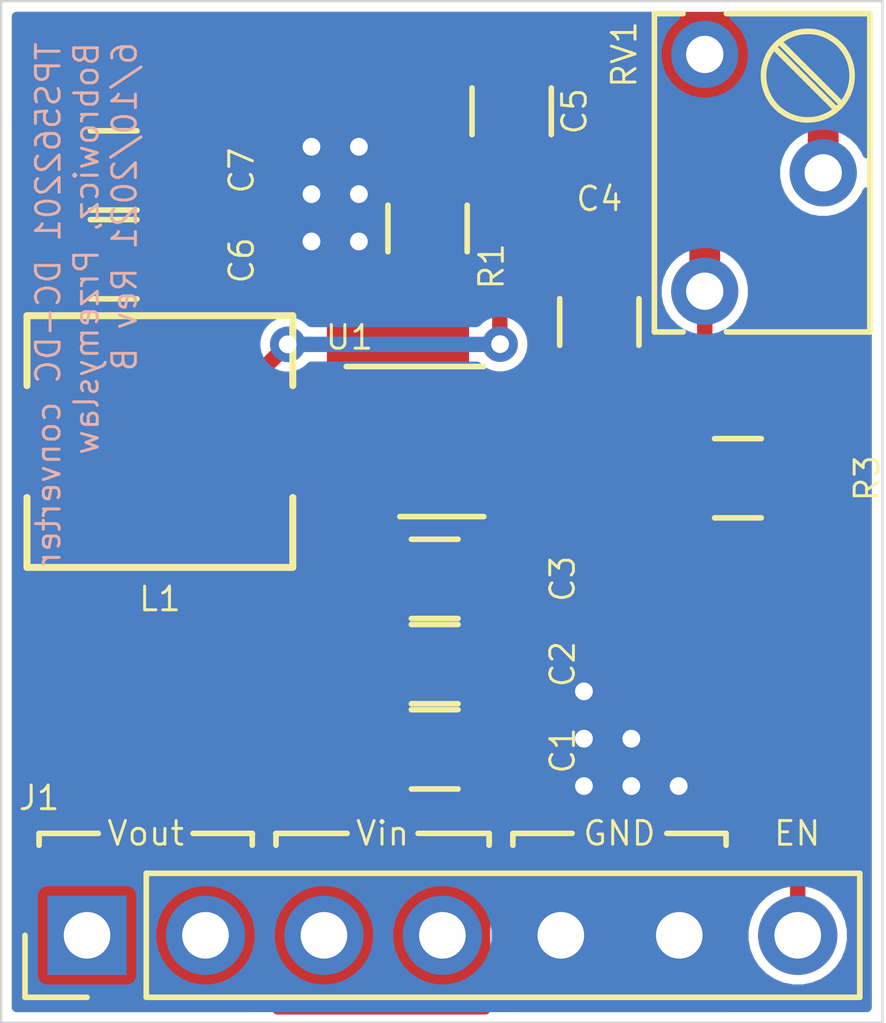
<source format=kicad_pcb>
(kicad_pcb (version 20171130) (host pcbnew "(5.1.9)-1")

  (general
    (thickness 1.6)
    (drawings 21)
    (tracks 48)
    (zones 0)
    (modules 13)
    (nets 9)
  )

  (page USLetter)
  (title_block
    (title "TPS562201 DC-DC Buck Converter Breakout")
    (date 2021-06-10)
    (rev B)
  )

  (layers
    (0 F.Cu signal)
    (31 B.Cu signal)
    (32 B.Adhes user)
    (33 F.Adhes user)
    (34 B.Paste user)
    (35 F.Paste user)
    (36 B.SilkS user)
    (37 F.SilkS user)
    (38 B.Mask user)
    (39 F.Mask user)
    (40 Dwgs.User user)
    (41 Cmts.User user)
    (42 Eco1.User user)
    (43 Eco2.User user)
    (44 Edge.Cuts user)
    (45 Margin user)
    (46 B.CrtYd user)
    (47 F.CrtYd user)
    (48 B.Fab user)
    (49 F.Fab user)
  )

  (setup
    (last_trace_width 0.3302)
    (user_trace_width 0.254)
    (user_trace_width 0.3302)
    (user_trace_width 0.6604)
    (trace_clearance 0.1524)
    (zone_clearance 0.1524)
    (zone_45_only no)
    (trace_min 0.1524)
    (via_size 0.6858)
    (via_drill 0.3302)
    (via_min_size 0.508)
    (via_min_drill 0.254)
    (user_via 0.762 0.381)
    (uvia_size 0.508)
    (uvia_drill 0.254)
    (uvias_allowed no)
    (uvia_min_size 0.508)
    (uvia_min_drill 0.254)
    (edge_width 0.05)
    (segment_width 0.2)
    (pcb_text_width 0.3)
    (pcb_text_size 1.5 1.5)
    (mod_edge_width 0.12)
    (mod_text_size 1 1)
    (mod_text_width 0.15)
    (pad_size 1.524 1.524)
    (pad_drill 0.762)
    (pad_to_mask_clearance 0.0508)
    (solder_mask_min_width 0.1016)
    (aux_axis_origin 0 0)
    (visible_elements 7FFFFFFF)
    (pcbplotparams
      (layerselection 0x010fc_ffffffff)
      (usegerberextensions false)
      (usegerberattributes false)
      (usegerberadvancedattributes false)
      (creategerberjobfile false)
      (excludeedgelayer true)
      (linewidth 0.038100)
      (plotframeref false)
      (viasonmask false)
      (mode 1)
      (useauxorigin false)
      (hpglpennumber 1)
      (hpglpenspeed 20)
      (hpglpendiameter 15.000000)
      (psnegative false)
      (psa4output false)
      (plotreference true)
      (plotvalue true)
      (plotinvisibletext false)
      (padsonsilk false)
      (subtractmaskfromsilk false)
      (outputformat 1)
      (mirror false)
      (drillshape 1)
      (scaleselection 1)
      (outputdirectory ""))
  )

  (net 0 "")
  (net 1 /VIN)
  (net 2 GND)
  (net 3 /VOUT)
  (net 4 /EN)
  (net 5 "Net-(R3-Pad1)")
  (net 6 /SW)
  (net 7 /VBST)
  (net 8 /VFB)

  (net_class Default "This is the default net class."
    (clearance 0.1524)
    (trace_width 0.1524)
    (via_dia 0.6858)
    (via_drill 0.3302)
    (uvia_dia 0.508)
    (uvia_drill 0.254)
    (add_net /EN)
    (add_net /SW)
    (add_net /VBST)
    (add_net /VFB)
    (add_net /VIN)
    (add_net /VOUT)
    (add_net GND)
    (add_net "Net-(R3-Pad1)")
  )

  (module Pin_Headers:Pin_Header_Straight_1x07_Pitch2.54mm (layer F.Cu) (tedit 59650532) (tstamp 6078D4AF)
    (at 53.3527 65.43294 90)
    (descr "Through hole straight pin header, 1x07, 2.54mm pitch, single row")
    (tags "Through hole pin header THT 1x07 2.54mm single row")
    (path /60888399)
    (fp_text reference J1 (at 2.94894 -1.0287 180) (layer F.SilkS)
      (effects (font (size 0.508 0.508) (thickness 0.0635)))
    )
    (fp_text value Conn_01x07_Male (at 1.42494 6.9723 180) (layer F.Fab) hide
      (effects (font (size 0.508 0.508) (thickness 0.0762)))
    )
    (fp_line (start -0.635 -1.27) (end 1.27 -1.27) (layer F.Fab) (width 0.1))
    (fp_line (start 1.27 -1.27) (end 1.27 16.51) (layer F.Fab) (width 0.1))
    (fp_line (start 1.27 16.51) (end -1.27 16.51) (layer F.Fab) (width 0.1))
    (fp_line (start -1.27 16.51) (end -1.27 -0.635) (layer F.Fab) (width 0.1))
    (fp_line (start -1.27 -0.635) (end -0.635 -1.27) (layer F.Fab) (width 0.1))
    (fp_line (start -1.33 16.57) (end 1.33 16.57) (layer F.SilkS) (width 0.12))
    (fp_line (start -1.33 1.27) (end -1.33 16.57) (layer F.SilkS) (width 0.12))
    (fp_line (start 1.33 1.27) (end 1.33 16.57) (layer F.SilkS) (width 0.12))
    (fp_line (start -1.33 1.27) (end 1.33 1.27) (layer F.SilkS) (width 0.12))
    (fp_line (start -1.33 0) (end -1.33 -1.33) (layer F.SilkS) (width 0.12))
    (fp_line (start -1.33 -1.33) (end 0 -1.33) (layer F.SilkS) (width 0.12))
    (fp_line (start -1.8 -1.8) (end -1.8 17.05) (layer F.CrtYd) (width 0.05))
    (fp_line (start -1.8 17.05) (end 1.8 17.05) (layer F.CrtYd) (width 0.05))
    (fp_line (start 1.8 17.05) (end 1.8 -1.8) (layer F.CrtYd) (width 0.05))
    (fp_line (start 1.8 -1.8) (end -1.8 -1.8) (layer F.CrtYd) (width 0.05))
    (fp_text user %R (at 0 7.62 180) (layer F.Fab)
      (effects (font (size 1 1) (thickness 0.15)))
    )
    (pad 1 thru_hole rect (at 0 0 90) (size 1.7 1.7) (drill 1) (layers *.Cu *.Mask)
      (net 3 /VOUT))
    (pad 2 thru_hole oval (at 0 2.54 90) (size 1.7 1.7) (drill 1) (layers *.Cu *.Mask)
      (net 3 /VOUT))
    (pad 3 thru_hole oval (at 0 5.08 90) (size 1.7 1.7) (drill 1) (layers *.Cu *.Mask)
      (net 1 /VIN))
    (pad 4 thru_hole oval (at 0 7.62 90) (size 1.7 1.7) (drill 1) (layers *.Cu *.Mask)
      (net 1 /VIN))
    (pad 5 thru_hole oval (at 0 10.16 90) (size 1.7 1.7) (drill 1) (layers *.Cu *.Mask)
      (net 2 GND))
    (pad 6 thru_hole oval (at 0 12.7 90) (size 1.7 1.7) (drill 1) (layers *.Cu *.Mask)
      (net 2 GND))
    (pad 7 thru_hole oval (at 0 15.24 90) (size 1.7 1.7) (drill 1) (layers *.Cu *.Mask)
      (net 4 /EN))
    (model ${KISYS3DMOD}/Pin_Headers.3dshapes/Pin_Header_Straight_1x07_Pitch2.54mm.wrl
      (at (xyz 0 0 0))
      (scale (xyz 1 1 1))
      (rotate (xyz 0 0 0))
    )
  )

  (module TO_SOT_Packages_SMD:SOT-23-6_Handsoldering (layer F.Cu) (tedit 607750C6) (tstamp 6073A7A4)
    (at 60.96 54.8386)
    (descr "6-pin SOT-23 package, Handsoldering")
    (tags "SOT-23-6 Handsoldering")
    (path /607E906F)
    (attr smd)
    (fp_text reference U1 (at -1.9812 -2.2352) (layer F.SilkS)
      (effects (font (size 0.508 0.508) (thickness 0.0635)))
    )
    (fp_text value TPS562201 (at -0.127 1.8034 180) (layer F.Fab) hide
      (effects (font (size 0.508 0.508) (thickness 0.0762)))
    )
    (fp_line (start -0.9 1.61) (end 0.9 1.61) (layer F.SilkS) (width 0.12))
    (fp_line (start 0.9 -1.61) (end -2.05 -1.61) (layer F.SilkS) (width 0.12))
    (fp_line (start -2.4 1.8) (end -2.4 -1.8) (layer F.CrtYd) (width 0.05))
    (fp_line (start 2.4 1.8) (end -2.4 1.8) (layer F.CrtYd) (width 0.05))
    (fp_line (start 2.4 -1.8) (end 2.4 1.8) (layer F.CrtYd) (width 0.05))
    (fp_line (start -2.4 -1.8) (end 2.4 -1.8) (layer F.CrtYd) (width 0.05))
    (fp_line (start -0.9 -0.9) (end -0.25 -1.55) (layer F.Fab) (width 0.1))
    (fp_line (start 0.9 -1.55) (end -0.25 -1.55) (layer F.Fab) (width 0.1))
    (fp_line (start -0.9 -0.9) (end -0.9 1.55) (layer F.Fab) (width 0.1))
    (fp_line (start 0.9 1.55) (end -0.9 1.55) (layer F.Fab) (width 0.1))
    (fp_line (start 0.9 -1.55) (end 0.9 1.55) (layer F.Fab) (width 0.1))
    (fp_text user %R (at 0 0 90) (layer F.Fab)
      (effects (font (size 0.5 0.5) (thickness 0.075)))
    )
    (pad 1 smd rect (at -1.45 -0.95) (size 1.35 0.65) (layers F.Cu F.Paste F.Mask)
      (net 2 GND))
    (pad 2 smd rect (at -1.45 0) (size 1.35 0.65) (layers F.Cu F.Paste F.Mask)
      (net 6 /SW))
    (pad 3 smd rect (at -1.45 0.95) (size 1.35 0.65) (layers F.Cu F.Paste F.Mask)
      (net 1 /VIN))
    (pad 4 smd rect (at 1.45 0.95) (size 1.35 0.65) (layers F.Cu F.Paste F.Mask)
      (net 8 /VFB))
    (pad 6 smd rect (at 1.45 -0.95) (size 1.35 0.65) (layers F.Cu F.Paste F.Mask)
      (net 7 /VBST))
    (pad 5 smd rect (at 1.45 0) (size 1.35 0.65) (layers F.Cu F.Paste F.Mask)
      (net 5 "Net-(R3-Pad1)"))
    (model ${KISYS3DMOD}/TO_SOT_Packages_SMD.3dshapes/SOT-23-6.wrl
      (at (xyz 0 0 0))
      (scale (xyz 1 1 1))
      (rotate (xyz 0 0 0))
    )
  )

  (module Capacitors_SMD:C_0805_HandSoldering (layer F.Cu) (tedit 58AA84A8) (tstamp 6073B1C3)
    (at 67.31 55.626)
    (descr "Capacitor SMD 0805, hand soldering")
    (tags "capacitor 0805")
    (path /60849D6C)
    (attr smd)
    (fp_text reference R3 (at 2.7686 0 -270) (layer F.SilkS)
      (effects (font (size 0.508 0.508) (thickness 0.0635)))
    )
    (fp_text value 10k (at 0.0508 -0.0254 180) (layer F.Fab) hide
      (effects (font (size 0.508 0.508) (thickness 0.0635)))
    )
    (fp_line (start -1 0.62) (end -1 -0.62) (layer F.Fab) (width 0.1))
    (fp_line (start 1 0.62) (end -1 0.62) (layer F.Fab) (width 0.1))
    (fp_line (start 1 -0.62) (end 1 0.62) (layer F.Fab) (width 0.1))
    (fp_line (start -1 -0.62) (end 1 -0.62) (layer F.Fab) (width 0.1))
    (fp_line (start 0.5 -0.85) (end -0.5 -0.85) (layer F.SilkS) (width 0.12))
    (fp_line (start -0.5 0.85) (end 0.5 0.85) (layer F.SilkS) (width 0.12))
    (fp_line (start -2.25 -0.88) (end 2.25 -0.88) (layer F.CrtYd) (width 0.05))
    (fp_line (start -2.25 -0.88) (end -2.25 0.87) (layer F.CrtYd) (width 0.05))
    (fp_line (start 2.25 0.87) (end 2.25 -0.88) (layer F.CrtYd) (width 0.05))
    (fp_line (start 2.25 0.87) (end -2.25 0.87) (layer F.CrtYd) (width 0.05))
    (fp_text user %R (at 0.0508 0 -270) (layer F.Fab)
      (effects (font (size 0.508 0.508) (thickness 0.0635)))
    )
    (pad 1 smd rect (at -1.25 0) (size 1.5 1.25) (layers F.Cu F.Paste F.Mask)
      (net 5 "Net-(R3-Pad1)"))
    (pad 2 smd rect (at 1.25 0) (size 1.5 1.25) (layers F.Cu F.Paste F.Mask)
      (net 4 /EN))
    (model Capacitors_SMD.3dshapes/C_0805.wrl
      (at (xyz 0 0 0))
      (scale (xyz 1 1 1))
      (rotate (xyz 0 0 0))
    )
  )

  (module Potentiometers:Potentiometer_Trimmer_Bourns_3266W (layer F.Cu) (tedit 58826B0B) (tstamp 6073A30D)
    (at 66.5988 46.5328 90)
    (descr "Spindle Trimmer Potentiometer, Bourns 3266W, https://www.bourns.com/pdfs/3266.pdf")
    (tags "Spindle Trimmer Potentiometer   Bourns 3266W")
    (path /607F2092)
    (fp_text reference RV1 (at 0 -1.7272 90) (layer F.SilkS)
      (effects (font (size 0.508 0.508) (thickness 0.0635)))
    )
    (fp_text value 50k (at -2.286 0 90) (layer F.Fab) hide
      (effects (font (size 0.508 0.508) (thickness 0.0635)))
    )
    (fp_circle (center -0.455 2.21) (end 0.435 2.21) (layer F.Fab) (width 0.1))
    (fp_circle (center -0.455 2.21) (end 0.495 2.21) (layer F.SilkS) (width 0.12))
    (fp_line (start -5.895 -1.02) (end -5.895 3.48) (layer F.Fab) (width 0.1))
    (fp_line (start -5.895 3.48) (end 0.815 3.48) (layer F.Fab) (width 0.1))
    (fp_line (start 0.815 3.48) (end 0.815 -1.02) (layer F.Fab) (width 0.1))
    (fp_line (start 0.815 -1.02) (end -5.895 -1.02) (layer F.Fab) (width 0.1))
    (fp_line (start 0.22 1.644) (end -1.021 2.885) (layer F.Fab) (width 0.1))
    (fp_line (start 0.112 1.536) (end -1.13 2.777) (layer F.Fab) (width 0.1))
    (fp_line (start -5.955 -1.08) (end 0.875 -1.08) (layer F.SilkS) (width 0.12))
    (fp_line (start -5.955 3.54) (end 0.875 3.54) (layer F.SilkS) (width 0.12))
    (fp_line (start -5.955 -1.08) (end -5.955 -0.465) (layer F.SilkS) (width 0.12))
    (fp_line (start -5.955 0.465) (end -5.955 3.54) (layer F.SilkS) (width 0.12))
    (fp_line (start 0.875 -1.08) (end 0.875 -0.465) (layer F.SilkS) (width 0.12))
    (fp_line (start 0.875 0.465) (end 0.875 3.54) (layer F.SilkS) (width 0.12))
    (fp_line (start 0.266 1.606) (end -1.059 2.931) (layer F.SilkS) (width 0.12))
    (fp_line (start 0.15 1.49) (end -1.175 2.815) (layer F.SilkS) (width 0.12))
    (fp_line (start -6.15 -1.3) (end -6.15 3.75) (layer F.CrtYd) (width 0.05))
    (fp_line (start -6.15 3.75) (end 1.1 3.75) (layer F.CrtYd) (width 0.05))
    (fp_line (start 1.1 3.75) (end 1.1 -1.3) (layer F.CrtYd) (width 0.05))
    (fp_line (start 1.1 -1.3) (end -6.15 -1.3) (layer F.CrtYd) (width 0.05))
    (pad 1 thru_hole circle (at 0 0 90) (size 1.44 1.44) (drill 0.8) (layers *.Cu *.Mask)
      (net 3 /VOUT))
    (pad 2 thru_hole circle (at -2.54 2.54 90) (size 1.44 1.44) (drill 0.8) (layers *.Cu *.Mask)
      (net 3 /VOUT))
    (pad 3 thru_hole circle (at -5.08 0 90) (size 1.44 1.44) (drill 0.8) (layers *.Cu *.Mask)
      (net 8 /VFB))
    (model ${KISYS3DMOD}/Potentiometer_THT.3dshapes/Potentiometer_Bourns_3266W_Vertical.step
      (at (xyz 0 0 0))
      (scale (xyz 1 1 1))
      (rotate (xyz 0 0 0))
    )
  )

  (module Capacitors_SMD:C_0805_HandSoldering (layer F.Cu) (tedit 58AA84A8) (tstamp 607766C8)
    (at 60.6552 50.2666 270)
    (descr "Capacitor SMD 0805, hand soldering")
    (tags "capacitor 0805")
    (path /607EFA18)
    (attr smd)
    (fp_text reference R1 (at 0.8128 -1.3716 270) (layer F.SilkS)
      (effects (font (size 0.508 0.508) (thickness 0.0635)))
    )
    (fp_text value 10k (at -0.0254 0 270) (layer F.Fab) hide
      (effects (font (size 0.508 0.508) (thickness 0.0635)))
    )
    (fp_line (start -1 0.62) (end -1 -0.62) (layer F.Fab) (width 0.1))
    (fp_line (start 1 0.62) (end -1 0.62) (layer F.Fab) (width 0.1))
    (fp_line (start 1 -0.62) (end 1 0.62) (layer F.Fab) (width 0.1))
    (fp_line (start -1 -0.62) (end 1 -0.62) (layer F.Fab) (width 0.1))
    (fp_line (start 0.5 -0.85) (end -0.5 -0.85) (layer F.SilkS) (width 0.12))
    (fp_line (start -0.5 0.85) (end 0.5 0.85) (layer F.SilkS) (width 0.12))
    (fp_line (start -2.25 -0.88) (end 2.25 -0.88) (layer F.CrtYd) (width 0.05))
    (fp_line (start -2.25 -0.88) (end -2.25 0.87) (layer F.CrtYd) (width 0.05))
    (fp_line (start 2.25 0.87) (end 2.25 -0.88) (layer F.CrtYd) (width 0.05))
    (fp_line (start 2.25 0.87) (end -2.25 0.87) (layer F.CrtYd) (width 0.05))
    (fp_text user %R (at 0 0) (layer F.Fab)
      (effects (font (size 0.508 0.508) (thickness 0.0635)))
    )
    (pad 1 smd rect (at -1.25 0 270) (size 1.5 1.25) (layers F.Cu F.Paste F.Mask)
      (net 8 /VFB))
    (pad 2 smd rect (at 1.25 0 270) (size 1.5 1.25) (layers F.Cu F.Paste F.Mask)
      (net 2 GND))
    (model Capacitors_SMD.3dshapes/C_0805.wrl
      (at (xyz 0 0 0))
      (scale (xyz 1 1 1))
      (rotate (xyz 0 0 0))
    )
  )

  (module Inductors:Inductor_Wurth_HCI-5040 (layer F.Cu) (tedit 5745AE01) (tstamp 6073A304)
    (at 54.9148 54.8386 180)
    (descr "Inductor, Wurth Elektronik, Wurth_HCI-5040, 5.5mmx5.2mm")
    (tags "inductor wurth hci smd")
    (path /607ED1E9)
    (attr smd)
    (fp_text reference L1 (at 0 -3.3782 180) (layer F.SilkS)
      (effects (font (size 0.508 0.508) (thickness 0.0635)))
    )
    (fp_text value 2.2u (at 0 0 180) (layer F.Fab) hide
      (effects (font (size 0.508 0.508) (thickness 0.0635)))
    )
    (fp_line (start -2.75 -2.6) (end -2.75 2.6) (layer F.Fab) (width 0.15))
    (fp_line (start -2.75 2.6) (end 2.75 2.6) (layer F.Fab) (width 0.15))
    (fp_line (start 2.75 2.6) (end 2.75 -2.6) (layer F.Fab) (width 0.15))
    (fp_line (start 2.75 -2.6) (end -2.75 -2.6) (layer F.Fab) (width 0.15))
    (fp_line (start -3.25 -2.85) (end -3.25 2.85) (layer F.CrtYd) (width 0.05))
    (fp_line (start -3.25 2.85) (end 3.25 2.85) (layer F.CrtYd) (width 0.05))
    (fp_line (start 3.25 2.85) (end 3.25 -2.85) (layer F.CrtYd) (width 0.05))
    (fp_line (start 3.25 -2.85) (end -3.25 -2.85) (layer F.CrtYd) (width 0.05))
    (fp_line (start -2.85 1.2) (end -2.85 2.7) (layer F.SilkS) (width 0.15))
    (fp_line (start -2.85 2.7) (end 2.85 2.7) (layer F.SilkS) (width 0.15))
    (fp_line (start 2.85 2.7) (end 2.85 1.2) (layer F.SilkS) (width 0.15))
    (fp_line (start -2.85 -1.2) (end -2.85 -2.7) (layer F.SilkS) (width 0.15))
    (fp_line (start -2.85 -2.7) (end 2.85 -2.7) (layer F.SilkS) (width 0.15))
    (fp_line (start 2.85 -2.7) (end 2.85 -1.2) (layer F.SilkS) (width 0.15))
    (pad 1 smd rect (at -2.05 0 180) (size 1.9 1.6) (layers F.Cu F.Paste F.Mask)
      (net 6 /SW))
    (pad 2 smd rect (at 2.05 0 180) (size 1.9 1.6) (layers F.Cu F.Paste F.Mask)
      (net 3 /VOUT))
    (model "${KIPRJMOD}/3d packages/744316022_Download_STP_WE-HCI-5040_rev1.stp"
      (offset (xyz 0 0 0.7366))
      (scale (xyz 1 1 1))
      (rotate (xyz 0 0 90))
    )
  )

  (module Capacitors_SMD:C_0805_HandSoldering (layer F.Cu) (tedit 58AA84A8) (tstamp 6073A2FB)
    (at 53.9242 49.022)
    (descr "Capacitor SMD 0805, hand soldering")
    (tags "capacitor 0805")
    (path /607EBE98)
    (attr smd)
    (fp_text reference C7 (at 2.7432 0 90) (layer F.SilkS)
      (effects (font (size 0.508 0.508) (thickness 0.0635)))
    )
    (fp_text value 22u (at 0 0.0254) (layer F.Fab) hide
      (effects (font (size 0.508 0.508) (thickness 0.0635)))
    )
    (fp_line (start -1 0.62) (end -1 -0.62) (layer F.Fab) (width 0.1))
    (fp_line (start 1 0.62) (end -1 0.62) (layer F.Fab) (width 0.1))
    (fp_line (start 1 -0.62) (end 1 0.62) (layer F.Fab) (width 0.1))
    (fp_line (start -1 -0.62) (end 1 -0.62) (layer F.Fab) (width 0.1))
    (fp_line (start 0.5 -0.85) (end -0.5 -0.85) (layer F.SilkS) (width 0.12))
    (fp_line (start -0.5 0.85) (end 0.5 0.85) (layer F.SilkS) (width 0.12))
    (fp_line (start -2.25 -0.88) (end 2.25 -0.88) (layer F.CrtYd) (width 0.05))
    (fp_line (start -2.25 -0.88) (end -2.25 0.87) (layer F.CrtYd) (width 0.05))
    (fp_line (start 2.25 0.87) (end 2.25 -0.88) (layer F.CrtYd) (width 0.05))
    (fp_line (start 2.25 0.87) (end -2.25 0.87) (layer F.CrtYd) (width 0.05))
    (fp_text user %R (at 0 0 90) (layer F.Fab)
      (effects (font (size 0.508 0.508) (thickness 0.0635)))
    )
    (pad 1 smd rect (at -1.25 0) (size 1.5 1.25) (layers F.Cu F.Paste F.Mask)
      (net 3 /VOUT))
    (pad 2 smd rect (at 1.25 0) (size 1.5 1.25) (layers F.Cu F.Paste F.Mask)
      (net 2 GND))
    (model Capacitors_SMD.3dshapes/C_0805.wrl
      (at (xyz 0 0 0))
      (scale (xyz 1 1 1))
      (rotate (xyz 0 0 0))
    )
  )

  (module Capacitors_SMD:C_0805_HandSoldering (layer F.Cu) (tedit 58AA84A8) (tstamp 6073A2F8)
    (at 53.9242 50.927)
    (descr "Capacitor SMD 0805, hand soldering")
    (tags "capacitor 0805")
    (path /607EBA90)
    (attr smd)
    (fp_text reference C6 (at 2.7432 0.0254 90) (layer F.SilkS)
      (effects (font (size 0.508 0.508) (thickness 0.0635)))
    )
    (fp_text value 22u (at 0.0254 0 180) (layer F.Fab) hide
      (effects (font (size 0.508 0.508) (thickness 0.0635)))
    )
    (fp_line (start -1 0.62) (end -1 -0.62) (layer F.Fab) (width 0.1))
    (fp_line (start 1 0.62) (end -1 0.62) (layer F.Fab) (width 0.1))
    (fp_line (start 1 -0.62) (end 1 0.62) (layer F.Fab) (width 0.1))
    (fp_line (start -1 -0.62) (end 1 -0.62) (layer F.Fab) (width 0.1))
    (fp_line (start 0.5 -0.85) (end -0.5 -0.85) (layer F.SilkS) (width 0.12))
    (fp_line (start -0.5 0.85) (end 0.5 0.85) (layer F.SilkS) (width 0.12))
    (fp_line (start -2.25 -0.88) (end 2.25 -0.88) (layer F.CrtYd) (width 0.05))
    (fp_line (start -2.25 -0.88) (end -2.25 0.87) (layer F.CrtYd) (width 0.05))
    (fp_line (start 2.25 0.87) (end 2.25 -0.88) (layer F.CrtYd) (width 0.05))
    (fp_line (start 2.25 0.87) (end -2.25 0.87) (layer F.CrtYd) (width 0.05))
    (fp_text user %R (at 0 0 90) (layer F.Fab)
      (effects (font (size 0.508 0.508) (thickness 0.0635)))
    )
    (pad 1 smd rect (at -1.25 0) (size 1.5 1.25) (layers F.Cu F.Paste F.Mask)
      (net 3 /VOUT))
    (pad 2 smd rect (at 1.25 0) (size 1.5 1.25) (layers F.Cu F.Paste F.Mask)
      (net 2 GND))
    (model Capacitors_SMD.3dshapes/C_0805.wrl
      (at (xyz 0 0 0))
      (scale (xyz 1 1 1))
      (rotate (xyz 0 0 0))
    )
  )

  (module Capacitors_SMD:C_0805_HandSoldering (layer F.Cu) (tedit 58AA84A8) (tstamp 6073A2F5)
    (at 62.4586 47.752 270)
    (descr "Capacitor SMD 0805, hand soldering")
    (tags "capacitor 0805")
    (path /6080BB7D)
    (attr smd)
    (fp_text reference C5 (at 0 -1.3462 270) (layer F.SilkS)
      (effects (font (size 0.508 0.508) (thickness 0.0635)))
    )
    (fp_text value 22p (at -0.0508 0.0254 270) (layer F.Fab) hide
      (effects (font (size 0.508 0.508) (thickness 0.0635)))
    )
    (fp_line (start -1 0.62) (end -1 -0.62) (layer F.Fab) (width 0.1))
    (fp_line (start 1 0.62) (end -1 0.62) (layer F.Fab) (width 0.1))
    (fp_line (start 1 -0.62) (end 1 0.62) (layer F.Fab) (width 0.1))
    (fp_line (start -1 -0.62) (end 1 -0.62) (layer F.Fab) (width 0.1))
    (fp_line (start 0.5 -0.85) (end -0.5 -0.85) (layer F.SilkS) (width 0.12))
    (fp_line (start -0.5 0.85) (end 0.5 0.85) (layer F.SilkS) (width 0.12))
    (fp_line (start -2.25 -0.88) (end 2.25 -0.88) (layer F.CrtYd) (width 0.05))
    (fp_line (start -2.25 -0.88) (end -2.25 0.87) (layer F.CrtYd) (width 0.05))
    (fp_line (start 2.25 0.87) (end 2.25 -0.88) (layer F.CrtYd) (width 0.05))
    (fp_line (start 2.25 0.87) (end -2.25 0.87) (layer F.CrtYd) (width 0.05))
    (fp_text user %R (at 0 0) (layer F.Fab)
      (effects (font (size 0.508 0.508) (thickness 0.0635)))
    )
    (pad 1 smd rect (at -1.25 0 270) (size 1.5 1.25) (layers F.Cu F.Paste F.Mask)
      (net 3 /VOUT))
    (pad 2 smd rect (at 1.25 0 270) (size 1.5 1.25) (layers F.Cu F.Paste F.Mask)
      (net 8 /VFB))
    (model Capacitors_SMD.3dshapes/C_0805.wrl
      (at (xyz 0 0 0))
      (scale (xyz 1 1 1))
      (rotate (xyz 0 0 0))
    )
  )

  (module Capacitors_SMD:C_0805_HandSoldering (layer F.Cu) (tedit 58AA84A8) (tstamp 6073A2F2)
    (at 64.3382 52.2732 270)
    (descr "Capacitor SMD 0805, hand soldering")
    (tags "capacitor 0805")
    (path /607EC226)
    (attr smd)
    (fp_text reference C4 (at -2.6416 0) (layer F.SilkS)
      (effects (font (size 0.508 0.508) (thickness 0.0635)))
    )
    (fp_text value 0.1u (at 0 0.0508 270) (layer F.Fab) hide
      (effects (font (size 0.508 0.508) (thickness 0.0635)))
    )
    (fp_line (start -1 0.62) (end -1 -0.62) (layer F.Fab) (width 0.1))
    (fp_line (start 1 0.62) (end -1 0.62) (layer F.Fab) (width 0.1))
    (fp_line (start 1 -0.62) (end 1 0.62) (layer F.Fab) (width 0.1))
    (fp_line (start -1 -0.62) (end 1 -0.62) (layer F.Fab) (width 0.1))
    (fp_line (start 0.5 -0.85) (end -0.5 -0.85) (layer F.SilkS) (width 0.12))
    (fp_line (start -0.5 0.85) (end 0.5 0.85) (layer F.SilkS) (width 0.12))
    (fp_line (start -2.25 -0.88) (end 2.25 -0.88) (layer F.CrtYd) (width 0.05))
    (fp_line (start -2.25 -0.88) (end -2.25 0.87) (layer F.CrtYd) (width 0.05))
    (fp_line (start 2.25 0.87) (end 2.25 -0.88) (layer F.CrtYd) (width 0.05))
    (fp_line (start 2.25 0.87) (end -2.25 0.87) (layer F.CrtYd) (width 0.05))
    (fp_text user %R (at 0 0) (layer F.Fab)
      (effects (font (size 0.508 0.508) (thickness 0.0635)))
    )
    (pad 1 smd rect (at -1.25 0 270) (size 1.5 1.25) (layers F.Cu F.Paste F.Mask)
      (net 6 /SW))
    (pad 2 smd rect (at 1.25 0 270) (size 1.5 1.25) (layers F.Cu F.Paste F.Mask)
      (net 7 /VBST))
    (model Capacitors_SMD.3dshapes/C_0805.wrl
      (at (xyz 0 0 0))
      (scale (xyz 1 1 1))
      (rotate (xyz 0 0 0))
    )
  )

  (module Capacitors_SMD:C_0805_HandSoldering (layer F.Cu) (tedit 58AA84A8) (tstamp 6073A2EF)
    (at 60.8076 57.785)
    (descr "Capacitor SMD 0805, hand soldering")
    (tags "capacitor 0805")
    (path /607EB624)
    (attr smd)
    (fp_text reference C3 (at 2.7432 0 90) (layer F.SilkS)
      (effects (font (size 0.508 0.508) (thickness 0.0635)))
    )
    (fp_text value 0.1u (at 0 0) (layer F.Fab) hide
      (effects (font (size 0.508 0.508) (thickness 0.0635)))
    )
    (fp_line (start -1 0.62) (end -1 -0.62) (layer F.Fab) (width 0.1))
    (fp_line (start 1 0.62) (end -1 0.62) (layer F.Fab) (width 0.1))
    (fp_line (start 1 -0.62) (end 1 0.62) (layer F.Fab) (width 0.1))
    (fp_line (start -1 -0.62) (end 1 -0.62) (layer F.Fab) (width 0.1))
    (fp_line (start 0.5 -0.85) (end -0.5 -0.85) (layer F.SilkS) (width 0.12))
    (fp_line (start -0.5 0.85) (end 0.5 0.85) (layer F.SilkS) (width 0.12))
    (fp_line (start -2.25 -0.88) (end 2.25 -0.88) (layer F.CrtYd) (width 0.05))
    (fp_line (start -2.25 -0.88) (end -2.25 0.87) (layer F.CrtYd) (width 0.05))
    (fp_line (start 2.25 0.87) (end 2.25 -0.88) (layer F.CrtYd) (width 0.05))
    (fp_line (start 2.25 0.87) (end -2.25 0.87) (layer F.CrtYd) (width 0.05))
    (fp_text user %R (at 0 0 90) (layer F.Fab)
      (effects (font (size 0.508 0.508) (thickness 0.0635)))
    )
    (pad 1 smd rect (at -1.25 0) (size 1.5 1.25) (layers F.Cu F.Paste F.Mask)
      (net 1 /VIN))
    (pad 2 smd rect (at 1.25 0) (size 1.5 1.25) (layers F.Cu F.Paste F.Mask)
      (net 2 GND))
    (model Capacitors_SMD.3dshapes/C_0805.wrl
      (at (xyz 0 0 0))
      (scale (xyz 1 1 1))
      (rotate (xyz 0 0 0))
    )
  )

  (module Capacitors_SMD:C_0805_HandSoldering (layer F.Cu) (tedit 58AA84A8) (tstamp 6073A2EC)
    (at 60.8076 59.6138)
    (descr "Capacitor SMD 0805, hand soldering")
    (tags "capacitor 0805")
    (path /607EB132)
    (attr smd)
    (fp_text reference C2 (at 2.7432 0 90) (layer F.SilkS)
      (effects (font (size 0.508 0.508) (thickness 0.0635)))
    )
    (fp_text value 10u (at 0 0) (layer F.Fab) hide
      (effects (font (size 0.508 0.508) (thickness 0.0635)))
    )
    (fp_line (start -1 0.62) (end -1 -0.62) (layer F.Fab) (width 0.1))
    (fp_line (start 1 0.62) (end -1 0.62) (layer F.Fab) (width 0.1))
    (fp_line (start 1 -0.62) (end 1 0.62) (layer F.Fab) (width 0.1))
    (fp_line (start -1 -0.62) (end 1 -0.62) (layer F.Fab) (width 0.1))
    (fp_line (start 0.5 -0.85) (end -0.5 -0.85) (layer F.SilkS) (width 0.12))
    (fp_line (start -0.5 0.85) (end 0.5 0.85) (layer F.SilkS) (width 0.12))
    (fp_line (start -2.25 -0.88) (end 2.25 -0.88) (layer F.CrtYd) (width 0.05))
    (fp_line (start -2.25 -0.88) (end -2.25 0.87) (layer F.CrtYd) (width 0.05))
    (fp_line (start 2.25 0.87) (end 2.25 -0.88) (layer F.CrtYd) (width 0.05))
    (fp_line (start 2.25 0.87) (end -2.25 0.87) (layer F.CrtYd) (width 0.05))
    (fp_text user %R (at 0 0 90) (layer F.Fab)
      (effects (font (size 0.508 0.508) (thickness 0.0635)))
    )
    (pad 1 smd rect (at -1.25 0) (size 1.5 1.25) (layers F.Cu F.Paste F.Mask)
      (net 1 /VIN))
    (pad 2 smd rect (at 1.25 0) (size 1.5 1.25) (layers F.Cu F.Paste F.Mask)
      (net 2 GND))
    (model Capacitors_SMD.3dshapes/C_0805.wrl
      (at (xyz 0 0 0))
      (scale (xyz 1 1 1))
      (rotate (xyz 0 0 0))
    )
  )

  (module Capacitors_SMD:C_0805_HandSoldering (layer F.Cu) (tedit 58AA84A8) (tstamp 6073A2E9)
    (at 60.8076 61.4426)
    (descr "Capacitor SMD 0805, hand soldering")
    (tags "capacitor 0805")
    (path /607E9C99)
    (attr smd)
    (fp_text reference C1 (at 2.7432 0.0254 90) (layer F.SilkS)
      (effects (font (size 0.508 0.508) (thickness 0.0635)))
    )
    (fp_text value 10u (at 0 0) (layer F.Fab) hide
      (effects (font (size 0.508 0.508) (thickness 0.0635)))
    )
    (fp_line (start -1 0.62) (end -1 -0.62) (layer F.Fab) (width 0.1))
    (fp_line (start 1 0.62) (end -1 0.62) (layer F.Fab) (width 0.1))
    (fp_line (start 1 -0.62) (end 1 0.62) (layer F.Fab) (width 0.1))
    (fp_line (start -1 -0.62) (end 1 -0.62) (layer F.Fab) (width 0.1))
    (fp_line (start 0.5 -0.85) (end -0.5 -0.85) (layer F.SilkS) (width 0.12))
    (fp_line (start -0.5 0.85) (end 0.5 0.85) (layer F.SilkS) (width 0.12))
    (fp_line (start -2.25 -0.88) (end 2.25 -0.88) (layer F.CrtYd) (width 0.05))
    (fp_line (start -2.25 -0.88) (end -2.25 0.87) (layer F.CrtYd) (width 0.05))
    (fp_line (start 2.25 0.87) (end 2.25 -0.88) (layer F.CrtYd) (width 0.05))
    (fp_line (start 2.25 0.87) (end -2.25 0.87) (layer F.CrtYd) (width 0.05))
    (fp_text user %R (at 0 0 90) (layer F.Fab)
      (effects (font (size 0.508 0.508) (thickness 0.0635)))
    )
    (pad 1 smd rect (at -1.25 0) (size 1.5 1.25) (layers F.Cu F.Paste F.Mask)
      (net 1 /VIN))
    (pad 2 smd rect (at 1.25 0) (size 1.5 1.25) (layers F.Cu F.Paste F.Mask)
      (net 2 GND))
    (model Capacitors_SMD.3dshapes/C_0805.wrl
      (at (xyz 0 0 0))
      (scale (xyz 1 1 1))
      (rotate (xyz 0 0 0))
    )
  )

  (gr_text "TPS562201 DC-DC converter\nBobrowicz, Przemyslaw \n6/10/2021 Rev B" (at 53.34 46.228 90) (layer B.SilkS)
    (effects (font (size 0.508 0.508) (thickness 0.0635)) (justify left mirror))
  )
  (gr_line (start 67.056 63.246) (end 67.056 63.5) (layer F.SilkS) (width 0.12))
  (gr_line (start 65.786 63.246) (end 67.056 63.246) (layer F.SilkS) (width 0.12))
  (gr_line (start 62.484 63.246) (end 62.484 63.5) (layer F.SilkS) (width 0.12))
  (gr_line (start 63.754 63.246) (end 62.484 63.246) (layer F.SilkS) (width 0.12))
  (gr_line (start 61.976 63.246) (end 61.976 63.5) (layer F.SilkS) (width 0.12))
  (gr_line (start 60.452 63.246) (end 61.976 63.246) (layer F.SilkS) (width 0.12))
  (gr_line (start 57.404 63.246) (end 57.404 63.5) (layer F.SilkS) (width 0.12))
  (gr_line (start 58.928 63.246) (end 57.404 63.246) (layer F.SilkS) (width 0.12))
  (gr_line (start 56.896 63.5) (end 56.896 63.246) (layer F.SilkS) (width 0.12))
  (gr_line (start 52.324 63.246) (end 53.594 63.246) (layer F.SilkS) (width 0.12))
  (gr_line (start 55.626 63.246) (end 56.896 63.246) (layer F.SilkS) (width 0.12))
  (gr_line (start 52.324 63.5) (end 52.324 63.246) (layer F.SilkS) (width 0.12))
  (gr_text Vout (at 54.61 63.246) (layer F.SilkS) (tstamp 6078D83B)
    (effects (font (size 0.508 0.508) (thickness 0.0635)))
  )
  (gr_text EN (at 68.58 63.246) (layer F.SilkS)
    (effects (font (size 0.508 0.508) (thickness 0.0635)))
  )
  (gr_text GND (at 64.77 63.246) (layer F.SilkS)
    (effects (font (size 0.508 0.508) (thickness 0.0635)))
  )
  (gr_text Vin (at 59.69 63.246) (layer F.SilkS)
    (effects (font (size 0.508 0.508) (thickness 0.0635)))
  )
  (gr_line (start 70.4088 45.3898) (end 70.4088 67.31) (layer Edge.Cuts) (width 0.05) (tstamp 60776EFC))
  (gr_line (start 51.5112 45.3898) (end 70.4088 45.3898) (layer Edge.Cuts) (width 0.05))
  (gr_line (start 51.5112 67.31) (end 51.5112 45.3898) (layer Edge.Cuts) (width 0.05))
  (gr_line (start 70.4088 67.31) (end 51.5112 67.31) (layer Edge.Cuts) (width 0.05))

  (via (at 59.182 48.514) (size 0.762) (drill 0.381) (layers F.Cu B.Cu) (net 2))
  (via (at 59.182 49.53) (size 0.762) (drill 0.381) (layers F.Cu B.Cu) (net 2))
  (via (at 59.182 50.546) (size 0.762) (drill 0.381) (layers F.Cu B.Cu) (net 2))
  (via (at 58.166 50.546) (size 0.762) (drill 0.381) (layers F.Cu B.Cu) (net 2))
  (via (at 58.166 49.53) (size 0.762) (drill 0.381) (layers F.Cu B.Cu) (net 2))
  (via (at 58.166 48.514) (size 0.762) (drill 0.381) (layers F.Cu B.Cu) (net 2))
  (via (at 64.008 61.214) (size 0.762) (drill 0.381) (layers F.Cu B.Cu) (net 2))
  (via (at 64.008 62.23) (size 0.762) (drill 0.381) (layers F.Cu B.Cu) (net 2))
  (via (at 65.024 62.23) (size 0.762) (drill 0.381) (layers F.Cu B.Cu) (net 2))
  (via (at 66.04 62.23) (size 0.762) (drill 0.381) (layers F.Cu B.Cu) (net 2))
  (via (at 65.024 61.214) (size 0.762) (drill 0.381) (layers F.Cu B.Cu) (net 2))
  (via (at 64.008 60.198) (size 0.762) (drill 0.381) (layers F.Cu B.Cu) (net 2))
  (segment (start 69.1388 49.0728) (end 69.1388 47.0408) (width 0.6604) (layer F.Cu) (net 3))
  (segment (start 68.6308 46.5328) (end 66.5988 46.5328) (width 0.6604) (layer F.Cu) (net 3))
  (segment (start 69.1388 47.0408) (end 68.6308 46.5328) (width 0.6604) (layer F.Cu) (net 3))
  (segment (start 68.5927 55.6587) (end 68.56 55.626) (width 0.3302) (layer F.Cu) (net 4))
  (segment (start 68.5927 65.43294) (end 68.5927 55.6587) (width 0.3302) (layer F.Cu) (net 4))
  (segment (start 66.06 55.626) (end 65.278 55.626) (width 0.3302) (layer F.Cu) (net 5))
  (segment (start 64.4906 54.8386) (end 62.41 54.8386) (width 0.3302) (layer F.Cu) (net 5))
  (segment (start 65.278 55.626) (end 64.4906 54.8386) (width 0.3302) (layer F.Cu) (net 5))
  (segment (start 59.51 54.8386) (end 56.9648 54.8386) (width 0.6604) (layer F.Cu) (net 6))
  (segment (start 62.20968 52.74818) (end 62.20968 52.74818) (width 0.254) (layer F.Cu) (net 6))
  (segment (start 62.2046 52.75326) (end 62.2046 52.0192) (width 0.3302) (layer F.Cu) (net 6))
  (segment (start 63.2006 51.0232) (end 64.3382 51.0232) (width 0.3302) (layer F.Cu) (net 6))
  (segment (start 62.2046 52.0192) (end 63.2006 51.0232) (width 0.3302) (layer F.Cu) (net 6))
  (segment (start 56.9648 53.44392) (end 57.65546 52.75326) (width 0.3302) (layer F.Cu) (net 6))
  (segment (start 56.9648 54.8386) (end 56.9648 53.44392) (width 0.3302) (layer F.Cu) (net 6))
  (segment (start 58.140393 52.75326) (end 62.2046 52.75326) (width 0.3302) (layer B.Cu) (net 6))
  (segment (start 57.65546 52.75326) (end 58.140393 52.75326) (width 0.3302) (layer B.Cu) (net 6))
  (segment (start 62.20968 52.74818) (end 62.2046 52.75326) (width 0.254) (layer F.Cu) (net 6) (tstamp 60778EF1))
  (via (at 62.20968 52.74818) (size 0.762) (drill 0.381) (layers F.Cu B.Cu) (net 6))
  (segment (start 57.65546 52.75326) (end 57.65546 52.75326) (width 0.3302) (layer F.Cu) (net 6) (tstamp 60778F16))
  (via (at 57.65546 52.75326) (size 0.762) (drill 0.381) (layers F.Cu B.Cu) (net 6))
  (segment (start 62.4202 53.8988) (end 62.41 53.8886) (width 0.6604) (layer F.Cu) (net 7))
  (segment (start 63.9728 53.8886) (end 64.3382 53.5232) (width 0.6604) (layer F.Cu) (net 7))
  (segment (start 62.41 53.8886) (end 63.9728 53.8886) (width 0.6604) (layer F.Cu) (net 7))
  (segment (start 62.444 49.0166) (end 62.4586 49.002) (width 0.6604) (layer F.Cu) (net 8))
  (segment (start 60.6552 49.0166) (end 62.444 49.0166) (width 0.6604) (layer F.Cu) (net 8))
  (segment (start 62.4586 49.002) (end 66.02 49.002) (width 0.6604) (layer F.Cu) (net 8))
  (segment (start 66.5988 49.5808) (end 66.5988 51.6128) (width 0.6604) (layer F.Cu) (net 8))
  (segment (start 66.02 49.002) (end 66.5988 49.5808) (width 0.6604) (layer F.Cu) (net 8))
  (segment (start 65.024 56.896) (end 63.9166 55.7886) (width 0.3302) (layer F.Cu) (net 8))
  (segment (start 67.056 56.896) (end 65.024 56.896) (width 0.3302) (layer F.Cu) (net 8))
  (segment (start 63.9166 55.7886) (end 62.41 55.7886) (width 0.3302) (layer F.Cu) (net 8))
  (segment (start 67.31 56.642) (end 67.056 56.896) (width 0.3302) (layer F.Cu) (net 8))
  (segment (start 67.31 53.467) (end 67.31 56.642) (width 0.3302) (layer F.Cu) (net 8))
  (segment (start 66.5988 52.7558) (end 67.31 53.467) (width 0.3302) (layer F.Cu) (net 8))
  (segment (start 66.5988 51.6128) (end 66.5988 52.7558) (width 0.3302) (layer F.Cu) (net 8))

  (zone (net 2) (net_name GND) (layer F.Cu) (tstamp 0) (hatch edge 0.508)
    (connect_pads yes (clearance 0.1524))
    (min_thickness 0.2032)
    (fill yes (arc_segments 32) (thermal_gap 0.2032) (thermal_bridge_width 0.508) (smoothing fillet))
    (polygon
      (pts
        (xy 61.5442 56.388) (xy 63.7794 56.388) (xy 63.7794 62.5856) (xy 61.0616 62.5856) (xy 61.0616 56.6166)
        (xy 60.4774 56.6166) (xy 60.4774 54.454778) (xy 60.244318 54.3306) (xy 58.4962 54.3306) (xy 58.4962 50.3174)
        (xy 61.5442 50.3174)
      )
    )
    (filled_polygon
      (pts
        (xy 61.4426 56.388) (xy 61.444552 56.407821) (xy 61.450334 56.426881) (xy 61.459723 56.444446) (xy 61.472358 56.459842)
        (xy 61.487754 56.472477) (xy 61.505319 56.481866) (xy 61.524379 56.487648) (xy 61.5442 56.4896) (xy 63.6778 56.4896)
        (xy 63.6778 62.484) (xy 61.1632 62.484) (xy 61.1632 56.6166) (xy 61.161248 56.596779) (xy 61.155466 56.577719)
        (xy 61.146077 56.560154) (xy 61.133442 56.544758) (xy 61.118046 56.532123) (xy 61.100481 56.522734) (xy 61.081421 56.516952)
        (xy 61.0616 56.515) (xy 60.579 56.515) (xy 60.579 54.454778) (xy 60.577048 54.434957) (xy 60.571266 54.415897)
        (xy 60.561877 54.398332) (xy 60.549242 54.382936) (xy 60.533846 54.370301) (xy 60.525172 54.36511) (xy 60.29209 54.240932)
        (xy 60.273679 54.233335) (xy 60.244318 54.229) (xy 58.5978 54.229) (xy 58.5978 50.419) (xy 61.4426 50.419)
      )
    )
  )
  (zone (net 1) (net_name /VIN) (layer F.Cu) (tstamp 0) (hatch edge 0.508)
    (connect_pads yes (clearance 0.2032))
    (min_thickness 0.2032)
    (fill yes (arc_segments 32) (thermal_gap 0.2032) (thermal_bridge_width 0.508))
    (polygon
      (pts
        (xy 58.4962 55.3974) (xy 58.4962 62.5856) (xy 60.5282 62.5856) (xy 60.5282 56.9468) (xy 60.2234 56.9468)
        (xy 60.2234 55.3974)
      )
    )
    (filled_polygon
      (pts
        (xy 60.1218 56.9468) (xy 60.123752 56.966621) (xy 60.129534 56.985681) (xy 60.138923 57.003246) (xy 60.151558 57.018642)
        (xy 60.166954 57.031277) (xy 60.184519 57.040666) (xy 60.203579 57.046448) (xy 60.2234 57.0484) (xy 60.4266 57.0484)
        (xy 60.4266 62.484) (xy 58.5978 62.484) (xy 58.5978 55.499) (xy 60.1218 55.499)
      )
    )
  )
  (zone (net 2) (net_name GND) (layer F.Cu) (tstamp 0) (hatch edge 0.508)
    (connect_pads yes (clearance 0.2032))
    (min_thickness 0.2032)
    (fill yes (arc_segments 32) (thermal_gap 0.2032) (thermal_bridge_width 0.508))
    (polygon
      (pts
        (xy 54.229 51.943) (xy 59.7916 51.943) (xy 59.7916 47.752) (xy 54.229 47.752)
      )
    )
    (filled_polygon
      (pts
        (xy 59.69 51.8414) (xy 54.3306 51.8414) (xy 54.3306 47.8536) (xy 59.69 47.8536)
      )
    )
  )
  (zone (net 1) (net_name /VIN) (layer F.Cu) (tstamp 0) (hatch edge 0.508)
    (connect_pads yes (clearance 0.1524))
    (min_thickness 0.2032)
    (fill yes (arc_segments 32) (thermal_gap 0.2032) (thermal_bridge_width 0.508))
    (polygon
      (pts
        (xy 60.5282 62.0268) (xy 60.5282 62.5856) (xy 62.0014 64.2112) (xy 62.0014 67.2592) (xy 57.3278 67.24015)
        (xy 57.3278 56.35625) (xy 58.1406 56.007) (xy 58.4962 55.3974) (xy 60.1726 55.3974) (xy 60.198 55.4228)
        (xy 60.2234 55.4482) (xy 60.2234 56.7436) (xy 60.5282 57.023)
      )
    )
    (filled_polygon
      (pts
        (xy 60.1218 56.7436) (xy 60.123752 56.763421) (xy 60.129534 56.782481) (xy 60.138923 56.800046) (xy 60.154746 56.818495)
        (xy 60.4266 57.067695) (xy 60.4266 62.5856) (xy 60.428552 62.605421) (xy 60.434334 62.624481) (xy 60.443723 62.642046)
        (xy 60.452916 62.653826) (xy 61.8998 64.250388) (xy 61.8998 67.031) (xy 57.4294 67.031) (xy 57.4294 56.423176)
        (xy 58.18071 56.100347) (xy 58.198151 56.090729) (xy 58.213379 56.077892) (xy 58.22836 56.058193) (xy 58.554556 55.499)
        (xy 60.1218 55.499)
      )
    )
  )
  (zone (net 3) (net_name /VOUT) (layer F.Cu) (tstamp 0) (hatch edge 0.508)
    (connect_pads yes (clearance 0.2032))
    (min_thickness 0.2032)
    (fill yes (arc_segments 32) (thermal_gap 0.2032) (thermal_bridge_width 0.508))
    (polygon
      (pts
        (xy 53.594 47.752) (xy 51.562 47.752) (xy 51.5366 67.2592) (xy 56.96585 67.205225) (xy 56.97855 56.340375)
        (xy 55.626 56.0324) (xy 55.626 52.578) (xy 55.372 52.324) (xy 53.594 52.324)
      )
    )
    (filled_polygon
      (pts
        (xy 53.4924 52.324) (xy 53.494352 52.343821) (xy 53.500134 52.362881) (xy 53.509523 52.380446) (xy 53.522158 52.395842)
        (xy 53.537554 52.408477) (xy 53.555119 52.417866) (xy 53.574179 52.423648) (xy 53.594 52.4256) (xy 55.329916 52.4256)
        (xy 55.5244 52.620084) (xy 55.5244 56.0324) (xy 55.526352 56.052221) (xy 55.532134 56.071281) (xy 55.541523 56.088846)
        (xy 55.554158 56.104242) (xy 55.569554 56.116877) (xy 55.587119 56.126266) (xy 55.603443 56.131464) (xy 56.876855 56.421419)
        (xy 56.864512 66.9802) (xy 51.841 66.9802) (xy 51.841 47.8536) (xy 53.4924 47.8536)
      )
    )
  )
  (zone (net 3) (net_name /VOUT) (layer F.Cu) (tstamp 0) (hatch edge 0.508)
    (connect_pads yes (clearance 0.2032))
    (min_thickness 0.2032)
    (fill yes (arc_segments 32) (thermal_gap 0.2032) (thermal_bridge_width 0.508))
    (polygon
      (pts
        (xy 53.4162 51.7144) (xy 54.2798 52.5272) (xy 53.3908 52.5018)
      )
    )
    (filled_polygon
      (pts
        (xy 54.015541 52.418008) (xy 53.495635 52.403153) (xy 53.510489 51.942665)
      )
    )
  )
  (zone (net 2) (net_name GND) (layer F.Cu) (tstamp 0) (hatch edge 0.508)
    (connect_pads yes (clearance 0.2032))
    (min_thickness 0.2032)
    (fill yes (arc_segments 32) (thermal_gap 0.2032) (thermal_bridge_width 0.508))
    (polygon
      (pts
        (xy 61.1124 61.8236) (xy 61.1124 62.5856) (xy 62.4332 64.008) (xy 62.4332 67.2592) (xy 67.183 67.2592)
        (xy 67.183 61.8236)
      )
    )
    (filled_polygon
      (pts
        (xy 67.0814 66.9802) (xy 62.5348 66.9802) (xy 62.5348 64.008) (xy 62.532848 63.988179) (xy 62.527066 63.969119)
        (xy 62.517677 63.951554) (xy 62.507652 63.938866) (xy 61.214 62.545702) (xy 61.214 61.9252) (xy 67.0814 61.9252)
      )
    )
  )
  (zone (net 2) (net_name GND) (layer F.Cu) (tstamp 0) (hatch edge 0.508)
    (connect_pads yes (clearance 0.2032))
    (min_thickness 0.2032)
    (fill yes (arc_segments 32) (thermal_gap 0.2032) (thermal_bridge_width 0.508))
    (polygon
      (pts
        (xy 67.183 62.1538) (xy 67.183 59.7916) (xy 63.3222 56.388) (xy 63.3222 62.1538)
      )
    )
    (filled_polygon
      (pts
        (xy 67.0814 59.837476) (xy 67.0814 62.0522) (xy 63.4238 62.0522) (xy 63.4238 56.613013)
      )
    )
  )
  (zone (net 2) (net_name GND) (layer F.Cu) (tstamp 0) (hatch edge 0.508)
    (connect_pads yes (clearance 0.2032))
    (min_thickness 0.2032)
    (fill yes (arc_segments 32) (thermal_gap 0.2032) (thermal_bridge_width 0.508))
    (polygon
      (pts
        (xy 60.4774 56.4388) (xy 61.341 57.3786) (xy 61.341 56.4388)
      )
    )
    (filled_polygon
      (pts
        (xy 61.2394 57.117878) (xy 60.708744 56.5404) (xy 61.2394 56.5404)
      )
    )
  )
  (zone (net 3) (net_name /VOUT) (layer F.Cu) (tstamp 0) (hatch edge 0.508)
    (connect_pads yes (clearance 0.2032))
    (min_thickness 0.2032)
    (fill yes (arc_segments 32) (thermal_gap 0.2032) (thermal_bridge_width 0.508))
    (polygon
      (pts
        (xy 70.3834 45.4152) (xy 51.562 45.4152) (xy 51.562 48.2854) (xy 53.594 48.2854) (xy 53.594 47.498)
        (xy 70.3834 47.498)
      )
    )
    (filled_polygon
      (pts
        (xy 70.079 47.3964) (xy 53.594 47.3964) (xy 53.574179 47.398352) (xy 53.555119 47.404134) (xy 53.537554 47.413523)
        (xy 53.522158 47.426158) (xy 53.509523 47.441554) (xy 53.500134 47.459119) (xy 53.494352 47.478179) (xy 53.4924 47.498)
        (xy 53.4924 48.1838) (xy 51.841 48.1838) (xy 51.841 45.7196) (xy 70.079 45.7196)
      )
    )
  )
  (zone (net 3) (net_name /VOUT) (layer F.Cu) (tstamp 0) (hatch edge 0.508)
    (connect_pads yes (clearance 0.2032))
    (min_thickness 0.2032)
    (fill yes (arc_segments 32) (thermal_gap 0.2032) (thermal_bridge_width 0.508))
    (polygon
      (pts
        (xy 53.9496 47.2694) (xy 53.4416 47.8282) (xy 53.1368 46.99) (xy 53.5178 47.1424)
      )
    )
    (filled_polygon
      (pts
        (xy 53.480067 47.236733) (xy 53.489132 47.239872) (xy 53.765294 47.321096) (xy 53.479589 47.635372) (xy 53.309875 47.168656)
      )
    )
  )
  (zone (net 2) (net_name GND) (layer F.Cu) (tstamp 0) (hatch edge 0.508)
    (connect_pads yes (clearance 0.2032))
    (min_thickness 0.2032)
    (fill yes (arc_segments 32) (thermal_gap 0.2032) (thermal_bridge_width 0.508) (smoothing fillet))
    (polygon
      (pts
        (xy 58.0644 51.7144) (xy 58.6994 52.3494) (xy 58.9788 51.435)
      )
    )
    (filled_polygon
      (pts
        (xy 58.651655 52.157971) (xy 58.255829 51.762145) (xy 58.825819 51.587981)
      )
    )
  )
  (zone (net 2) (net_name GND) (layer B.Cu) (tstamp 0) (hatch edge 0.508)
    (connect_pads yes (clearance 0.2032))
    (min_thickness 0.2032)
    (fill yes (arc_segments 32) (thermal_gap 0.2032) (thermal_bridge_width 0.508) (smoothing fillet))
    (polygon
      (pts
        (xy 51.5112 45.3898) (xy 51.5112 67.31) (xy 70.4088 67.31) (xy 70.4088 45.3898)
      )
    )
    (filled_polygon
      (pts
        (xy 65.945528 45.736786) (xy 65.802786 45.879528) (xy 65.690634 46.047375) (xy 65.613382 46.233877) (xy 65.574 46.431866)
        (xy 65.574 46.633734) (xy 65.613382 46.831723) (xy 65.690634 47.018225) (xy 65.802786 47.186072) (xy 65.945528 47.328814)
        (xy 66.113375 47.440966) (xy 66.299877 47.518218) (xy 66.497866 47.5576) (xy 66.699734 47.5576) (xy 66.897723 47.518218)
        (xy 67.084225 47.440966) (xy 67.252072 47.328814) (xy 67.394814 47.186072) (xy 67.506966 47.018225) (xy 67.584218 46.831723)
        (xy 67.6236 46.633734) (xy 67.6236 46.431866) (xy 67.584218 46.233877) (xy 67.506966 46.047375) (xy 67.394814 45.879528)
        (xy 67.252072 45.736786) (xy 67.226351 45.7196) (xy 70.079 45.7196) (xy 70.079 48.664712) (xy 70.046966 48.587375)
        (xy 69.934814 48.419528) (xy 69.792072 48.276786) (xy 69.624225 48.164634) (xy 69.437723 48.087382) (xy 69.239734 48.048)
        (xy 69.037866 48.048) (xy 68.839877 48.087382) (xy 68.653375 48.164634) (xy 68.485528 48.276786) (xy 68.342786 48.419528)
        (xy 68.230634 48.587375) (xy 68.153382 48.773877) (xy 68.114 48.971866) (xy 68.114 49.173734) (xy 68.153382 49.371723)
        (xy 68.230634 49.558225) (xy 68.342786 49.726072) (xy 68.485528 49.868814) (xy 68.653375 49.980966) (xy 68.839877 50.058218)
        (xy 69.037866 50.0976) (xy 69.239734 50.0976) (xy 69.437723 50.058218) (xy 69.624225 49.980966) (xy 69.792072 49.868814)
        (xy 69.934814 49.726072) (xy 70.046966 49.558225) (xy 70.079 49.480888) (xy 70.079001 66.9802) (xy 51.841 66.9802)
        (xy 51.841 64.58294) (xy 52.196426 64.58294) (xy 52.196426 66.28294) (xy 52.202311 66.342691) (xy 52.21974 66.400146)
        (xy 52.248042 66.453097) (xy 52.286132 66.499508) (xy 52.332543 66.537598) (xy 52.385494 66.5659) (xy 52.442949 66.583329)
        (xy 52.5027 66.589214) (xy 54.2027 66.589214) (xy 54.262451 66.583329) (xy 54.319906 66.5659) (xy 54.372857 66.537598)
        (xy 54.419268 66.499508) (xy 54.457358 66.453097) (xy 54.48566 66.400146) (xy 54.503089 66.342691) (xy 54.508974 66.28294)
        (xy 54.508974 65.319202) (xy 54.7379 65.319202) (xy 54.7379 65.546678) (xy 54.782278 65.769783) (xy 54.869329 65.979943)
        (xy 54.995708 66.169082) (xy 55.156558 66.329932) (xy 55.345697 66.456311) (xy 55.555857 66.543362) (xy 55.778962 66.58774)
        (xy 56.006438 66.58774) (xy 56.229543 66.543362) (xy 56.439703 66.456311) (xy 56.628842 66.329932) (xy 56.789692 66.169082)
        (xy 56.916071 65.979943) (xy 57.003122 65.769783) (xy 57.0475 65.546678) (xy 57.0475 65.319202) (xy 57.2779 65.319202)
        (xy 57.2779 65.546678) (xy 57.322278 65.769783) (xy 57.409329 65.979943) (xy 57.535708 66.169082) (xy 57.696558 66.329932)
        (xy 57.885697 66.456311) (xy 58.095857 66.543362) (xy 58.318962 66.58774) (xy 58.546438 66.58774) (xy 58.769543 66.543362)
        (xy 58.979703 66.456311) (xy 59.168842 66.329932) (xy 59.329692 66.169082) (xy 59.456071 65.979943) (xy 59.543122 65.769783)
        (xy 59.5875 65.546678) (xy 59.5875 65.319202) (xy 59.8179 65.319202) (xy 59.8179 65.546678) (xy 59.862278 65.769783)
        (xy 59.949329 65.979943) (xy 60.075708 66.169082) (xy 60.236558 66.329932) (xy 60.425697 66.456311) (xy 60.635857 66.543362)
        (xy 60.858962 66.58774) (xy 61.086438 66.58774) (xy 61.309543 66.543362) (xy 61.519703 66.456311) (xy 61.708842 66.329932)
        (xy 61.869692 66.169082) (xy 61.996071 65.979943) (xy 62.083122 65.769783) (xy 62.1275 65.546678) (xy 62.1275 65.319202)
        (xy 67.4379 65.319202) (xy 67.4379 65.546678) (xy 67.482278 65.769783) (xy 67.569329 65.979943) (xy 67.695708 66.169082)
        (xy 67.856558 66.329932) (xy 68.045697 66.456311) (xy 68.255857 66.543362) (xy 68.478962 66.58774) (xy 68.706438 66.58774)
        (xy 68.929543 66.543362) (xy 69.139703 66.456311) (xy 69.328842 66.329932) (xy 69.489692 66.169082) (xy 69.616071 65.979943)
        (xy 69.703122 65.769783) (xy 69.7475 65.546678) (xy 69.7475 65.319202) (xy 69.703122 65.096097) (xy 69.616071 64.885937)
        (xy 69.489692 64.696798) (xy 69.328842 64.535948) (xy 69.139703 64.409569) (xy 68.929543 64.322518) (xy 68.706438 64.27814)
        (xy 68.478962 64.27814) (xy 68.255857 64.322518) (xy 68.045697 64.409569) (xy 67.856558 64.535948) (xy 67.695708 64.696798)
        (xy 67.569329 64.885937) (xy 67.482278 65.096097) (xy 67.4379 65.319202) (xy 62.1275 65.319202) (xy 62.083122 65.096097)
        (xy 61.996071 64.885937) (xy 61.869692 64.696798) (xy 61.708842 64.535948) (xy 61.519703 64.409569) (xy 61.309543 64.322518)
        (xy 61.086438 64.27814) (xy 60.858962 64.27814) (xy 60.635857 64.322518) (xy 60.425697 64.409569) (xy 60.236558 64.535948)
        (xy 60.075708 64.696798) (xy 59.949329 64.885937) (xy 59.862278 65.096097) (xy 59.8179 65.319202) (xy 59.5875 65.319202)
        (xy 59.543122 65.096097) (xy 59.456071 64.885937) (xy 59.329692 64.696798) (xy 59.168842 64.535948) (xy 58.979703 64.409569)
        (xy 58.769543 64.322518) (xy 58.546438 64.27814) (xy 58.318962 64.27814) (xy 58.095857 64.322518) (xy 57.885697 64.409569)
        (xy 57.696558 64.535948) (xy 57.535708 64.696798) (xy 57.409329 64.885937) (xy 57.322278 65.096097) (xy 57.2779 65.319202)
        (xy 57.0475 65.319202) (xy 57.003122 65.096097) (xy 56.916071 64.885937) (xy 56.789692 64.696798) (xy 56.628842 64.535948)
        (xy 56.439703 64.409569) (xy 56.229543 64.322518) (xy 56.006438 64.27814) (xy 55.778962 64.27814) (xy 55.555857 64.322518)
        (xy 55.345697 64.409569) (xy 55.156558 64.535948) (xy 54.995708 64.696798) (xy 54.869329 64.885937) (xy 54.782278 65.096097)
        (xy 54.7379 65.319202) (xy 54.508974 65.319202) (xy 54.508974 64.58294) (xy 54.503089 64.523189) (xy 54.48566 64.465734)
        (xy 54.457358 64.412783) (xy 54.419268 64.366372) (xy 54.372857 64.328282) (xy 54.319906 64.29998) (xy 54.262451 64.282551)
        (xy 54.2027 64.276666) (xy 52.5027 64.276666) (xy 52.442949 64.282551) (xy 52.385494 64.29998) (xy 52.332543 64.328282)
        (xy 52.286132 64.366372) (xy 52.248042 64.412783) (xy 52.21974 64.465734) (xy 52.202311 64.523189) (xy 52.196426 64.58294)
        (xy 51.841 64.58294) (xy 51.841 52.685715) (xy 56.96966 52.685715) (xy 56.96966 52.820805) (xy 56.996015 52.9533)
        (xy 57.047712 53.078108) (xy 57.122765 53.190432) (xy 57.218288 53.285955) (xy 57.330612 53.361008) (xy 57.45542 53.412705)
        (xy 57.587915 53.43906) (xy 57.723005 53.43906) (xy 57.8555 53.412705) (xy 57.980308 53.361008) (xy 58.092632 53.285955)
        (xy 58.155427 53.22316) (xy 61.714793 53.22316) (xy 61.772508 53.280875) (xy 61.884832 53.355928) (xy 62.00964 53.407625)
        (xy 62.142135 53.43398) (xy 62.277225 53.43398) (xy 62.40972 53.407625) (xy 62.534528 53.355928) (xy 62.646852 53.280875)
        (xy 62.742375 53.185352) (xy 62.817428 53.073028) (xy 62.869125 52.94822) (xy 62.89548 52.815725) (xy 62.89548 52.680635)
        (xy 62.869125 52.54814) (xy 62.817428 52.423332) (xy 62.742375 52.311008) (xy 62.646852 52.215485) (xy 62.534528 52.140432)
        (xy 62.40972 52.088735) (xy 62.277225 52.06238) (xy 62.142135 52.06238) (xy 62.00964 52.088735) (xy 61.884832 52.140432)
        (xy 61.772508 52.215485) (xy 61.704633 52.28336) (xy 58.155427 52.28336) (xy 58.092632 52.220565) (xy 57.980308 52.145512)
        (xy 57.8555 52.093815) (xy 57.723005 52.06746) (xy 57.587915 52.06746) (xy 57.45542 52.093815) (xy 57.330612 52.145512)
        (xy 57.218288 52.220565) (xy 57.122765 52.316088) (xy 57.047712 52.428412) (xy 56.996015 52.55322) (xy 56.96966 52.685715)
        (xy 51.841 52.685715) (xy 51.841 51.511866) (xy 65.574 51.511866) (xy 65.574 51.713734) (xy 65.613382 51.911723)
        (xy 65.690634 52.098225) (xy 65.802786 52.266072) (xy 65.945528 52.408814) (xy 66.113375 52.520966) (xy 66.299877 52.598218)
        (xy 66.497866 52.6376) (xy 66.699734 52.6376) (xy 66.897723 52.598218) (xy 67.084225 52.520966) (xy 67.252072 52.408814)
        (xy 67.394814 52.266072) (xy 67.506966 52.098225) (xy 67.584218 51.911723) (xy 67.6236 51.713734) (xy 67.6236 51.511866)
        (xy 67.584218 51.313877) (xy 67.506966 51.127375) (xy 67.394814 50.959528) (xy 67.252072 50.816786) (xy 67.084225 50.704634)
        (xy 66.897723 50.627382) (xy 66.699734 50.588) (xy 66.497866 50.588) (xy 66.299877 50.627382) (xy 66.113375 50.704634)
        (xy 65.945528 50.816786) (xy 65.802786 50.959528) (xy 65.690634 51.127375) (xy 65.613382 51.313877) (xy 65.574 51.511866)
        (xy 51.841 51.511866) (xy 51.841 45.7196) (xy 65.971249 45.7196)
      )
    )
  )
  (zone (net 2) (net_name GND) (layer F.Cu) (tstamp 0) (hatch edge 0.508)
    (connect_pads yes (clearance 0.2032))
    (min_thickness 0.2032)
    (fill yes (arc_segments 32) (thermal_gap 0.2032) (thermal_bridge_width 0.508) (smoothing fillet))
    (polygon
      (pts
        (xy 61.4299 56.1086) (xy 61.8617 56.515) (xy 61.2902 56.5912)
      )
    )
    (filled_polygon
      (pts
        (xy 61.636461 56.442532) (xy 61.431079 56.469917) (xy 61.481284 56.296483)
      )
    )
  )
  (zone (net 2) (net_name GND) (layer F.Cu) (tstamp 0) (hatch edge 0.508)
    (connect_pads yes (clearance 0.2032))
    (min_thickness 0.2032)
    (fill yes (arc_segments 32) (thermal_gap 0.2032) (thermal_bridge_width 0.508))
    (polygon
      (pts
        (xy 59.5122 49.8094) (xy 60.2488 50.546) (xy 59.309 50.9016)
      )
    )
    (filled_polygon
      (pts
        (xy 60.065749 50.506633) (xy 59.44191 50.74268) (xy 59.576794 50.017678)
      )
    )
  )
)

</source>
